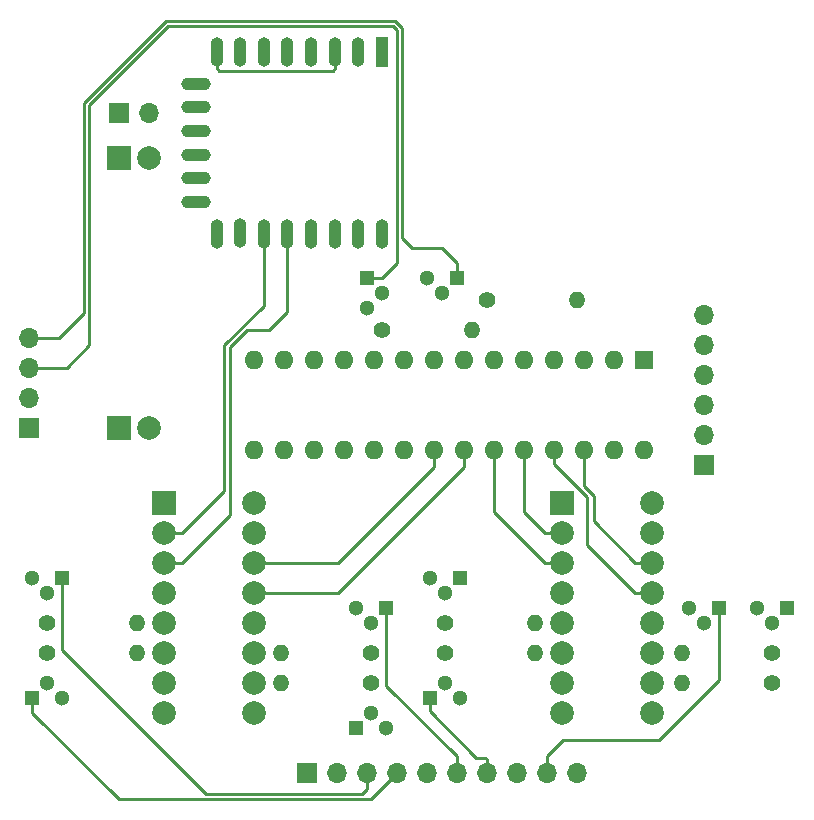
<source format=gbl>
%TF.GenerationSoftware,KiCad,Pcbnew,(5.1.9)-1*%
%TF.CreationDate,2021-05-06T17:33:23+02:00*%
%TF.ProjectId,Rolety jadalnia i taras,526f6c65-7479-4206-9a61-64616c6e6961,rev?*%
%TF.SameCoordinates,Original*%
%TF.FileFunction,Copper,L2,Bot*%
%TF.FilePolarity,Positive*%
%FSLAX46Y46*%
G04 Gerber Fmt 4.6, Leading zero omitted, Abs format (unit mm)*
G04 Created by KiCad (PCBNEW (5.1.9)-1) date 2021-05-06 17:33:23*
%MOMM*%
%LPD*%
G01*
G04 APERTURE LIST*
%TA.AperFunction,ComponentPad*%
%ADD10R,1.300000X1.300000*%
%TD*%
%TA.AperFunction,ComponentPad*%
%ADD11C,1.300000*%
%TD*%
%TA.AperFunction,ComponentPad*%
%ADD12R,2.000000X2.000000*%
%TD*%
%TA.AperFunction,ComponentPad*%
%ADD13C,2.000000*%
%TD*%
%TA.AperFunction,ComponentPad*%
%ADD14O,1.700000X1.700000*%
%TD*%
%TA.AperFunction,ComponentPad*%
%ADD15R,1.700000X1.700000*%
%TD*%
%TA.AperFunction,ComponentPad*%
%ADD16C,1.400000*%
%TD*%
%TA.AperFunction,ComponentPad*%
%ADD17O,1.400000X1.400000*%
%TD*%
%TA.AperFunction,ComponentPad*%
%ADD18R,1.100000X2.500000*%
%TD*%
%TA.AperFunction,ComponentPad*%
%ADD19O,1.100000X2.500000*%
%TD*%
%TA.AperFunction,ComponentPad*%
%ADD20O,2.500000X1.100000*%
%TD*%
%TA.AperFunction,ComponentPad*%
%ADD21R,1.600000X1.600000*%
%TD*%
%TA.AperFunction,ComponentPad*%
%ADD22O,1.600000X1.600000*%
%TD*%
%TA.AperFunction,Conductor*%
%ADD23C,0.250000*%
%TD*%
G04 APERTURE END LIST*
D10*
%TO.P,Q10,1*%
%TO.N,Net-(Q10-Pad1)*%
X119380000Y-116840000D03*
D11*
%TO.P,Q10,3*%
%TO.N,Net-(IC1-Pad1)*%
X116840000Y-116840000D03*
%TO.P,Q10,2*%
%TO.N,Net-(Q10-Pad2)*%
X118110000Y-118110000D03*
%TD*%
D12*
%TO.P,IC1,1*%
%TO.N,Net-(IC1-Pad1)*%
X72390000Y-107950000D03*
D13*
%TO.P,IC1,9*%
%TO.N,Net-(IC1-Pad9)*%
X80010000Y-125730000D03*
%TO.P,IC1,2*%
%TO.N,Net-(IC1-Pad3)*%
X72390000Y-110490000D03*
%TO.P,IC1,10*%
%TO.N,Net-(IC1-Pad10)*%
X80010000Y-123190000D03*
%TO.P,IC1,3*%
%TO.N,Net-(IC1-Pad2)*%
X72390000Y-113030000D03*
%TO.P,IC1,11*%
%TO.N,Net-(IC1-Pad11)*%
X80010000Y-120650000D03*
%TO.P,IC1,4*%
%TO.N,Net-(IC1-Pad4)*%
X72390000Y-115570000D03*
%TO.P,IC1,12*%
%TO.N,Net-(IC1-Pad12)*%
X80010000Y-118110000D03*
%TO.P,IC1,5*%
%TO.N,Net-(IC1-Pad5)*%
X72390000Y-118110000D03*
%TO.P,IC1,13*%
%TO.N,Net-(IC1-Pad13)*%
X80010000Y-115570000D03*
%TO.P,IC1,6*%
%TO.N,Net-(IC1-Pad6)*%
X72390000Y-120650000D03*
%TO.P,IC1,14*%
%TO.N,Net-(IC1-Pad14)*%
X80010000Y-113030000D03*
%TO.P,IC1,7*%
%TO.N,Net-(IC1-Pad7)*%
X72390000Y-123190000D03*
%TO.P,IC1,15*%
%TO.N,Net-(IC1-Pad1)*%
X80010000Y-110490000D03*
%TO.P,IC1,8*%
X72390000Y-125730000D03*
%TO.P,IC1,16*%
%TO.N,Net-(IC1-Pad16)*%
X80010000Y-107950000D03*
%TD*%
D11*
%TO.P,Q4,2*%
%TO.N,Net-(Q4-Pad2)*%
X95885000Y-90170000D03*
%TO.P,Q4,3*%
%TO.N,Net-(IC1-Pad1)*%
X94615000Y-88900000D03*
D10*
%TO.P,Q4,1*%
%TO.N,Net-(Q4-Pad1)*%
X97155000Y-88900000D03*
%TD*%
D13*
%TO.P,IC2,16*%
%TO.N,Net-(IC1-Pad16)*%
X113665000Y-107950000D03*
%TO.P,IC2,8*%
%TO.N,Net-(IC1-Pad1)*%
X106045000Y-125730000D03*
%TO.P,IC2,15*%
X113665000Y-110490000D03*
%TO.P,IC2,7*%
%TO.N,Net-(IC2-Pad7)*%
X106045000Y-123190000D03*
%TO.P,IC2,14*%
%TO.N,Net-(IC2-Pad14)*%
X113665000Y-113030000D03*
%TO.P,IC2,6*%
%TO.N,Net-(IC2-Pad6)*%
X106045000Y-120650000D03*
%TO.P,IC2,13*%
%TO.N,Net-(IC2-Pad13)*%
X113665000Y-115570000D03*
%TO.P,IC2,5*%
%TO.N,Net-(IC2-Pad5)*%
X106045000Y-118110000D03*
%TO.P,IC2,12*%
%TO.N,Net-(IC2-Pad12)*%
X113665000Y-118110000D03*
%TO.P,IC2,4*%
%TO.N,Net-(IC2-Pad4)*%
X106045000Y-115570000D03*
%TO.P,IC2,11*%
%TO.N,Net-(IC2-Pad11)*%
X113665000Y-120650000D03*
%TO.P,IC2,3*%
%TO.N,Net-(IC2-Pad3)*%
X106045000Y-113030000D03*
%TO.P,IC2,10*%
%TO.N,Net-(IC2-Pad10)*%
X113665000Y-123190000D03*
%TO.P,IC2,2*%
%TO.N,Net-(IC2-Pad2)*%
X106045000Y-110490000D03*
%TO.P,IC2,9*%
%TO.N,Net-(IC2-Pad9)*%
X113665000Y-125730000D03*
D12*
%TO.P,IC2,1*%
%TO.N,Net-(IC1-Pad1)*%
X106045000Y-107950000D03*
%TD*%
D14*
%TO.P,U5,4*%
%TO.N,Net-(Q4-Pad1)*%
X60960000Y-93980000D03*
%TO.P,U5,3*%
%TO.N,Net-(Q6-Pad1)*%
X60960000Y-96520000D03*
%TO.P,U5,2*%
%TO.N,Net-(U1-Pad2)*%
X60960000Y-99060000D03*
D15*
%TO.P,U5,1*%
%TO.N,Net-(IC1-Pad1)*%
X60960000Y-101600000D03*
%TD*%
%TO.P,U4,1*%
%TO.N,Net-(IC1-Pad1)*%
X84455000Y-130810000D03*
D14*
%TO.P,U4,2*%
%TO.N,Net-(U1-Pad2)*%
X86995000Y-130810000D03*
%TO.P,U4,3*%
%TO.N,Net-(Q2-Pad1)*%
X89535000Y-130810000D03*
%TO.P,U4,4*%
%TO.N,Net-(Q1-Pad1)*%
X92075000Y-130810000D03*
%TO.P,U4,5*%
%TO.N,Net-(Q5-Pad1)*%
X94615000Y-130810000D03*
%TO.P,U4,6*%
%TO.N,Net-(Q3-Pad1)*%
X97155000Y-130810000D03*
%TO.P,U4,7*%
%TO.N,Net-(Q7-Pad1)*%
X99695000Y-130810000D03*
%TO.P,U4,8*%
%TO.N,Net-(Q8-Pad1)*%
X102235000Y-130810000D03*
%TO.P,U4,9*%
%TO.N,Net-(Q10-Pad1)*%
X104775000Y-130810000D03*
%TO.P,U4,10*%
%TO.N,Net-(Q9-Pad1)*%
X107315000Y-130810000D03*
%TD*%
D11*
%TO.P,Q1,2*%
%TO.N,Net-(Q1-Pad2)*%
X62484000Y-123190000D03*
%TO.P,Q1,3*%
%TO.N,Net-(IC1-Pad1)*%
X63754000Y-124460000D03*
D10*
%TO.P,Q1,1*%
%TO.N,Net-(Q1-Pad1)*%
X61214000Y-124460000D03*
%TD*%
%TO.P,Q2,1*%
%TO.N,Net-(Q2-Pad1)*%
X63754000Y-114300000D03*
D11*
%TO.P,Q2,3*%
%TO.N,Net-(IC1-Pad1)*%
X61214000Y-114300000D03*
%TO.P,Q2,2*%
%TO.N,Net-(Q2-Pad2)*%
X62484000Y-115570000D03*
%TD*%
%TO.P,Q3,2*%
%TO.N,Net-(Q3-Pad2)*%
X89916000Y-118110000D03*
%TO.P,Q3,3*%
%TO.N,Net-(IC1-Pad1)*%
X88646000Y-116840000D03*
D10*
%TO.P,Q3,1*%
%TO.N,Net-(Q3-Pad1)*%
X91186000Y-116840000D03*
%TD*%
%TO.P,Q5,1*%
%TO.N,Net-(Q5-Pad1)*%
X88646000Y-127000000D03*
D11*
%TO.P,Q5,3*%
%TO.N,Net-(IC1-Pad1)*%
X91186000Y-127000000D03*
%TO.P,Q5,2*%
%TO.N,Net-(Q5-Pad2)*%
X89916000Y-125730000D03*
%TD*%
D10*
%TO.P,Q6,1*%
%TO.N,Net-(Q6-Pad1)*%
X89535000Y-88900000D03*
D11*
%TO.P,Q6,3*%
%TO.N,Net-(IC1-Pad1)*%
X89535000Y-91440000D03*
%TO.P,Q6,2*%
%TO.N,Net-(Q6-Pad2)*%
X90805000Y-90170000D03*
%TD*%
%TO.P,Q7,2*%
%TO.N,Net-(Q7-Pad2)*%
X96139000Y-123190000D03*
%TO.P,Q7,3*%
%TO.N,Net-(IC1-Pad1)*%
X97409000Y-124460000D03*
D10*
%TO.P,Q7,1*%
%TO.N,Net-(Q7-Pad1)*%
X94869000Y-124460000D03*
%TD*%
%TO.P,Q8,1*%
%TO.N,Net-(Q8-Pad1)*%
X97409000Y-114300000D03*
D11*
%TO.P,Q8,3*%
%TO.N,Net-(IC1-Pad1)*%
X94869000Y-114300000D03*
%TO.P,Q8,2*%
%TO.N,Net-(Q8-Pad2)*%
X96139000Y-115570000D03*
%TD*%
%TO.P,Q9,2*%
%TO.N,Net-(Q9-Pad2)*%
X123825000Y-118110000D03*
%TO.P,Q9,3*%
%TO.N,Net-(IC1-Pad1)*%
X122555000Y-116840000D03*
D10*
%TO.P,Q9,1*%
%TO.N,Net-(Q9-Pad1)*%
X125095000Y-116840000D03*
%TD*%
D16*
%TO.P,R1,1*%
%TO.N,Net-(Q1-Pad2)*%
X62484000Y-120650000D03*
D17*
%TO.P,R1,2*%
%TO.N,Net-(IC1-Pad6)*%
X70104000Y-120650000D03*
%TD*%
%TO.P,R2,2*%
%TO.N,Net-(IC1-Pad5)*%
X70104000Y-118110000D03*
D16*
%TO.P,R2,1*%
%TO.N,Net-(Q2-Pad2)*%
X62484000Y-118110000D03*
%TD*%
%TO.P,R3,1*%
%TO.N,Net-(Q3-Pad2)*%
X89916000Y-120650000D03*
D17*
%TO.P,R3,2*%
%TO.N,Net-(IC1-Pad11)*%
X82296000Y-120650000D03*
%TD*%
%TO.P,R4,2*%
%TO.N,Net-(R4-Pad2)*%
X107315000Y-90805000D03*
D16*
%TO.P,R4,1*%
%TO.N,Net-(Q4-Pad2)*%
X99695000Y-90805000D03*
%TD*%
D17*
%TO.P,R5,2*%
%TO.N,Net-(IC1-Pad10)*%
X82296000Y-123190000D03*
D16*
%TO.P,R5,1*%
%TO.N,Net-(Q5-Pad2)*%
X89916000Y-123190000D03*
%TD*%
%TO.P,R6,1*%
%TO.N,Net-(Q6-Pad2)*%
X90805000Y-93345000D03*
D17*
%TO.P,R6,2*%
%TO.N,Net-(R6-Pad2)*%
X98425000Y-93345000D03*
%TD*%
D16*
%TO.P,R7,1*%
%TO.N,Net-(Q7-Pad2)*%
X96139000Y-120650000D03*
D17*
%TO.P,R7,2*%
%TO.N,Net-(IC2-Pad6)*%
X103759000Y-120650000D03*
%TD*%
%TO.P,R8,2*%
%TO.N,Net-(IC2-Pad5)*%
X103759000Y-118110000D03*
D16*
%TO.P,R8,1*%
%TO.N,Net-(Q8-Pad2)*%
X96139000Y-118110000D03*
%TD*%
%TO.P,R9,1*%
%TO.N,Net-(Q9-Pad2)*%
X123825000Y-120650000D03*
D17*
%TO.P,R9,2*%
%TO.N,Net-(IC2-Pad11)*%
X116205000Y-120650000D03*
%TD*%
%TO.P,R10,2*%
%TO.N,Net-(IC2-Pad10)*%
X116205000Y-123190000D03*
D16*
%TO.P,R10,1*%
%TO.N,Net-(Q10-Pad2)*%
X123825000Y-123190000D03*
%TD*%
D15*
%TO.P,SW1,1*%
%TO.N,Net-(IC1-Pad1)*%
X68580000Y-74930000D03*
D14*
%TO.P,SW1,2*%
%TO.N,Net-(SW1-Pad2)*%
X71120000Y-74930000D03*
%TD*%
D15*
%TO.P,SW2,1*%
%TO.N,Net-(SW2-Pad1)*%
X118110000Y-104775000D03*
D14*
%TO.P,SW2,2*%
%TO.N,Net-(SW2-Pad2)*%
X118110000Y-102235000D03*
%TO.P,SW2,3*%
%TO.N,Net-(SW2-Pad3)*%
X118110000Y-99695000D03*
%TO.P,SW2,4*%
%TO.N,Net-(SW2-Pad4)*%
X118110000Y-97155000D03*
%TO.P,SW2,5*%
%TO.N,Net-(SW2-Pad5)*%
X118110000Y-94615000D03*
%TO.P,SW2,6*%
%TO.N,Net-(SW2-Pad6)*%
X118110000Y-92075000D03*
%TD*%
D12*
%TO.P,U1,1*%
%TO.N,Net-(IC1-Pad1)*%
X68580000Y-78740000D03*
D13*
%TO.P,U1,2*%
%TO.N,Net-(U1-Pad2)*%
X71120000Y-78740000D03*
%TO.P,U1,3*%
%TO.N,Net-(IC1-Pad16)*%
X71120000Y-101600000D03*
D12*
%TO.P,U1,1*%
%TO.N,Net-(IC1-Pad1)*%
X68580000Y-101600000D03*
%TD*%
D18*
%TO.P,U2,1*%
%TO.N,Net-(U2-Pad1)*%
X90805000Y-69785000D03*
D19*
%TO.P,U2,2*%
%TO.N,Net-(U2-Pad2)*%
X88805000Y-69785000D03*
%TO.P,U2,3*%
%TO.N,Net-(IC1-Pad16)*%
X86805000Y-69785000D03*
%TO.P,U2,4*%
%TO.N,Net-(U2-Pad4)*%
X84805000Y-69785000D03*
%TO.P,U2,5*%
%TO.N,Net-(SW1-Pad2)*%
X82805000Y-69785000D03*
%TO.P,U2,6*%
%TO.N,Net-(SW2-Pad2)*%
X80805000Y-69785000D03*
%TO.P,U2,7*%
%TO.N,Net-(SW2-Pad1)*%
X78805000Y-69785000D03*
%TO.P,U2,8*%
%TO.N,Net-(IC1-Pad16)*%
X76805000Y-69785000D03*
%TO.P,U2,15*%
%TO.N,Net-(IC1-Pad1)*%
X76805000Y-85185000D03*
%TO.P,U2,16*%
X78805000Y-85085000D03*
%TO.P,U2,17*%
%TO.N,Net-(IC1-Pad3)*%
X80805000Y-85185000D03*
%TO.P,U2,18*%
%TO.N,Net-(IC1-Pad2)*%
X82805000Y-85185000D03*
%TO.P,U2,19*%
%TO.N,Net-(U2-Pad19)*%
X84805000Y-85185000D03*
%TO.P,U2,20*%
%TO.N,Net-(U2-Pad20)*%
X86805000Y-85185000D03*
%TO.P,U2,21*%
%TO.N,Net-(U2-Pad21)*%
X88805000Y-85185000D03*
%TO.P,U2,22*%
%TO.N,Net-(U2-Pad22)*%
X90805000Y-85185000D03*
D20*
%TO.P,U2,9*%
%TO.N,Net-(U2-Pad9)*%
X75105000Y-72475000D03*
%TO.P,U2,10*%
%TO.N,Net-(U2-Pad10)*%
X75105000Y-74475000D03*
%TO.P,U2,11*%
%TO.N,Net-(U2-Pad11)*%
X75105000Y-76475000D03*
%TO.P,U2,12*%
%TO.N,Net-(U2-Pad12)*%
X75105000Y-78475000D03*
%TO.P,U2,13*%
%TO.N,Net-(U2-Pad13)*%
X75105000Y-80475000D03*
%TO.P,U2,14*%
%TO.N,Net-(U2-Pad14)*%
X75105000Y-82475000D03*
%TD*%
D21*
%TO.P,U3,1*%
%TO.N,Net-(SW2-Pad5)*%
X113030000Y-95885000D03*
D22*
%TO.P,U3,15*%
%TO.N,Net-(IC1-Pad1)*%
X80010000Y-103505000D03*
%TO.P,U3,2*%
%TO.N,Net-(SW2-Pad6)*%
X110490000Y-95885000D03*
%TO.P,U3,16*%
%TO.N,Net-(IC1-Pad1)*%
X82550000Y-103505000D03*
%TO.P,U3,3*%
%TO.N,Net-(R4-Pad2)*%
X107950000Y-95885000D03*
%TO.P,U3,17*%
%TO.N,Net-(IC1-Pad1)*%
X85090000Y-103505000D03*
%TO.P,U3,4*%
%TO.N,Net-(R6-Pad2)*%
X105410000Y-95885000D03*
%TO.P,U3,18*%
%TO.N,Net-(IC1-Pad16)*%
X87630000Y-103505000D03*
%TO.P,U3,5*%
%TO.N,Net-(U3-Pad5)*%
X102870000Y-95885000D03*
%TO.P,U3,19*%
%TO.N,Net-(U3-Pad19)*%
X90170000Y-103505000D03*
%TO.P,U3,6*%
%TO.N,Net-(U3-Pad6)*%
X100330000Y-95885000D03*
%TO.P,U3,20*%
%TO.N,Net-(U3-Pad20)*%
X92710000Y-103505000D03*
%TO.P,U3,7*%
%TO.N,Net-(U3-Pad7)*%
X97790000Y-95885000D03*
%TO.P,U3,21*%
%TO.N,Net-(IC1-Pad14)*%
X95250000Y-103505000D03*
%TO.P,U3,8*%
%TO.N,Net-(U3-Pad8)*%
X95250000Y-95885000D03*
%TO.P,U3,22*%
%TO.N,Net-(IC1-Pad13)*%
X97790000Y-103505000D03*
%TO.P,U3,9*%
%TO.N,Net-(IC1-Pad16)*%
X92710000Y-95885000D03*
%TO.P,U3,23*%
%TO.N,Net-(IC2-Pad3)*%
X100330000Y-103505000D03*
%TO.P,U3,10*%
%TO.N,Net-(IC1-Pad1)*%
X90170000Y-95885000D03*
%TO.P,U3,24*%
%TO.N,Net-(IC2-Pad2)*%
X102870000Y-103505000D03*
%TO.P,U3,11*%
%TO.N,Net-(U3-Pad11)*%
X87630000Y-95885000D03*
%TO.P,U3,25*%
%TO.N,Net-(IC2-Pad13)*%
X105410000Y-103505000D03*
%TO.P,U3,12*%
%TO.N,Net-(U2-Pad20)*%
X85090000Y-95885000D03*
%TO.P,U3,26*%
%TO.N,Net-(IC2-Pad14)*%
X107950000Y-103505000D03*
%TO.P,U3,13*%
%TO.N,Net-(U2-Pad19)*%
X82550000Y-95885000D03*
%TO.P,U3,27*%
%TO.N,Net-(SW2-Pad4)*%
X110490000Y-103505000D03*
%TO.P,U3,14*%
%TO.N,Net-(U3-Pad14)*%
X80010000Y-95885000D03*
%TO.P,U3,28*%
%TO.N,Net-(SW2-Pad3)*%
X113030000Y-103505000D03*
%TD*%
D23*
%TO.N,Net-(IC1-Pad2)*%
X81280000Y-93345000D02*
X82805000Y-91820000D01*
X79375000Y-93345000D02*
X81280000Y-93345000D01*
X77931226Y-94788774D02*
X79375000Y-93345000D01*
X77931226Y-109012774D02*
X77931226Y-94788774D01*
X82805000Y-91820000D02*
X82805000Y-84485000D01*
X73914000Y-113030000D02*
X77931226Y-109012774D01*
X72390000Y-113030000D02*
X73914000Y-113030000D01*
%TO.N,Net-(IC1-Pad3)*%
X80805000Y-91278590D02*
X80805000Y-84485000D01*
X77470000Y-94613590D02*
X80805000Y-91278590D01*
X72390000Y-110490000D02*
X73914000Y-110490000D01*
X77470000Y-106934000D02*
X77470000Y-94613590D01*
X73914000Y-110490000D02*
X77470000Y-106934000D01*
%TO.N,Net-(IC1-Pad13)*%
X97790000Y-103505000D02*
X97790000Y-104902000D01*
X97790000Y-104902000D02*
X87122000Y-115570000D01*
X87122000Y-115570000D02*
X85090000Y-115570000D01*
X80010000Y-115570000D02*
X85090000Y-115570000D01*
%TO.N,Net-(IC1-Pad14)*%
X95250000Y-104902000D02*
X95250000Y-103505000D01*
X87122000Y-113030000D02*
X95250000Y-104902000D01*
X80010000Y-113030000D02*
X87122000Y-113030000D01*
%TO.N,Net-(IC1-Pad16)*%
X76805000Y-71189020D02*
X76805000Y-70485000D01*
X86805000Y-71183000D02*
X86627990Y-71360010D01*
X76975990Y-71360010D02*
X76805000Y-71189020D01*
X86627990Y-71360010D02*
X76975990Y-71360010D01*
X86805000Y-70485000D02*
X86805000Y-71183000D01*
%TO.N,Net-(IC2-Pad14)*%
X107950000Y-103505000D02*
X107950000Y-106551590D01*
X113665000Y-113030000D02*
X112268000Y-113030000D01*
X108776205Y-109538205D02*
X108776205Y-107377795D01*
X112268000Y-113030000D02*
X108776205Y-109538205D01*
X107950000Y-106551590D02*
X108776205Y-107377795D01*
%TO.N,Net-(IC2-Pad13)*%
X105410000Y-103505000D02*
X105410000Y-104648000D01*
X105410000Y-104648000D02*
X108204000Y-107442000D01*
X113665000Y-115570000D02*
X112268000Y-115570000D01*
X108204000Y-111506000D02*
X108204000Y-107442000D01*
X112268000Y-115570000D02*
X108204000Y-111506000D01*
%TO.N,Net-(IC2-Pad3)*%
X106045000Y-113030000D02*
X104648000Y-113030000D01*
X100330000Y-108712000D02*
X100330000Y-103505000D01*
X104648000Y-113030000D02*
X100330000Y-108712000D01*
%TO.N,Net-(IC2-Pad2)*%
X106045000Y-110490000D02*
X104648000Y-110490000D01*
X102870000Y-108712000D02*
X102870000Y-107188000D01*
X104648000Y-110490000D02*
X102870000Y-108712000D01*
X102870000Y-103505000D02*
X102870000Y-107188000D01*
%TO.N,Net-(Q1-Pad1)*%
X92075000Y-130810000D02*
X89846991Y-133038009D01*
X89846991Y-133038009D02*
X68522009Y-133038009D01*
X61214000Y-125730000D02*
X68522009Y-133038009D01*
X61214000Y-125730000D02*
X61214000Y-124460000D01*
%TO.N,Net-(Q2-Pad1)*%
X89535000Y-130810000D02*
X89535000Y-132207000D01*
X89535000Y-132207000D02*
X89154000Y-132588000D01*
X89154000Y-132588000D02*
X75946000Y-132588000D01*
X63754000Y-120396000D02*
X63754000Y-114300000D01*
X75946000Y-132588000D02*
X63754000Y-120396000D01*
%TO.N,Net-(Q3-Pad1)*%
X97155000Y-130810000D02*
X97155000Y-129413000D01*
X97155000Y-129413000D02*
X91186000Y-123444000D01*
X91186000Y-116840000D02*
X91186000Y-123444000D01*
%TO.N,Net-(Q4-Pad1)*%
X63500000Y-93980000D02*
X60960000Y-93980000D01*
X65589990Y-91890010D02*
X63500000Y-93980000D01*
X65589991Y-74108599D02*
X65589990Y-91890010D01*
X72521100Y-67177490D02*
X65589991Y-74108599D01*
X92525010Y-85540010D02*
X92525009Y-67758599D01*
X93345000Y-86360000D02*
X92525010Y-85540010D01*
X95885000Y-86360000D02*
X93345000Y-86360000D01*
X97155000Y-87630000D02*
X95885000Y-86360000D01*
X91943900Y-67177490D02*
X72521100Y-67177490D01*
X92525009Y-67758599D02*
X91943900Y-67177490D01*
X97155000Y-88900000D02*
X97155000Y-87630000D01*
%TO.N,Net-(Q6-Pad1)*%
X64135000Y-96520000D02*
X60960000Y-96520000D01*
X66040000Y-94615000D02*
X64135000Y-96520000D01*
X66040000Y-74295000D02*
X66040000Y-94615000D01*
X72707500Y-67627500D02*
X66040000Y-74295000D01*
X91757500Y-67627500D02*
X72707500Y-67627500D01*
X92075000Y-67945000D02*
X91757500Y-67627500D01*
X92075000Y-87630000D02*
X92075000Y-67945000D01*
X90805000Y-88900000D02*
X92075000Y-87630000D01*
X89535000Y-88900000D02*
X90805000Y-88900000D01*
%TO.N,Net-(Q7-Pad1)*%
X99568000Y-129540000D02*
X99695000Y-129667000D01*
X99695000Y-129667000D02*
X99695000Y-130810000D01*
X98806000Y-129540000D02*
X99568000Y-129540000D01*
X94869000Y-125603000D02*
X98806000Y-129540000D01*
X94869000Y-124460000D02*
X94869000Y-125603000D01*
%TO.N,Net-(Q10-Pad1)*%
X119380000Y-122936000D02*
X119380000Y-116840000D01*
X114300000Y-128016000D02*
X119380000Y-122936000D01*
X106172000Y-128016000D02*
X114300000Y-128016000D01*
X104775000Y-129413000D02*
X106172000Y-128016000D01*
X104775000Y-130810000D02*
X104775000Y-129413000D01*
%TD*%
M02*

</source>
